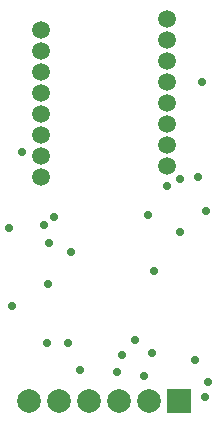
<source format=gts>
G04 EAGLE Gerber RS-274X export*
G75*
%MOMM*%
%FSLAX34Y34*%
%LPD*%
%INSoldermask Top*%
%IPPOS*%
%AMOC8*
5,1,8,0,0,1.08239X$1,22.5*%
G01*
G04 Define Apertures*
%ADD10C,1.503200*%
%ADD11R,2.003200X2.003200*%
%ADD12C,2.003200*%
%ADD13C,0.705600*%
D10*
X-53500Y-56600D03*
X-53500Y-38800D03*
X-53500Y-21000D03*
X-53500Y-3200D03*
X-53500Y14600D03*
X-53500Y32400D03*
X-53500Y50200D03*
X-53500Y68000D03*
X53500Y76900D03*
X53500Y59100D03*
X53500Y41300D03*
X53500Y23500D03*
X53500Y5700D03*
X53500Y-12100D03*
X53500Y-29900D03*
X53500Y-47700D03*
D11*
X63500Y-246540D03*
D12*
X38100Y-246540D03*
X12700Y-246540D03*
X-12700Y-246540D03*
X-38100Y-246540D03*
X-63500Y-246540D03*
D13*
X82700Y23700D03*
X86100Y-86000D03*
X79300Y-57200D03*
X64100Y-103700D03*
X77200Y-211500D03*
X-80100Y-99900D03*
X-48000Y-197700D03*
X-47700Y-147500D03*
X-77800Y-166400D03*
X-30100Y-197100D03*
X33900Y-225500D03*
X-20100Y-219800D03*
X26400Y-195100D03*
X42500Y-136300D03*
X-28100Y-120200D03*
X-46800Y-113100D03*
X-50500Y-97300D03*
X-69500Y-35300D03*
X-41900Y-90400D03*
X37600Y-88900D03*
X53100Y-64600D03*
X85300Y-243000D03*
X87900Y-230400D03*
X15400Y-207400D03*
X64400Y-58400D03*
X11400Y-221800D03*
X40900Y-206000D03*
M02*

</source>
